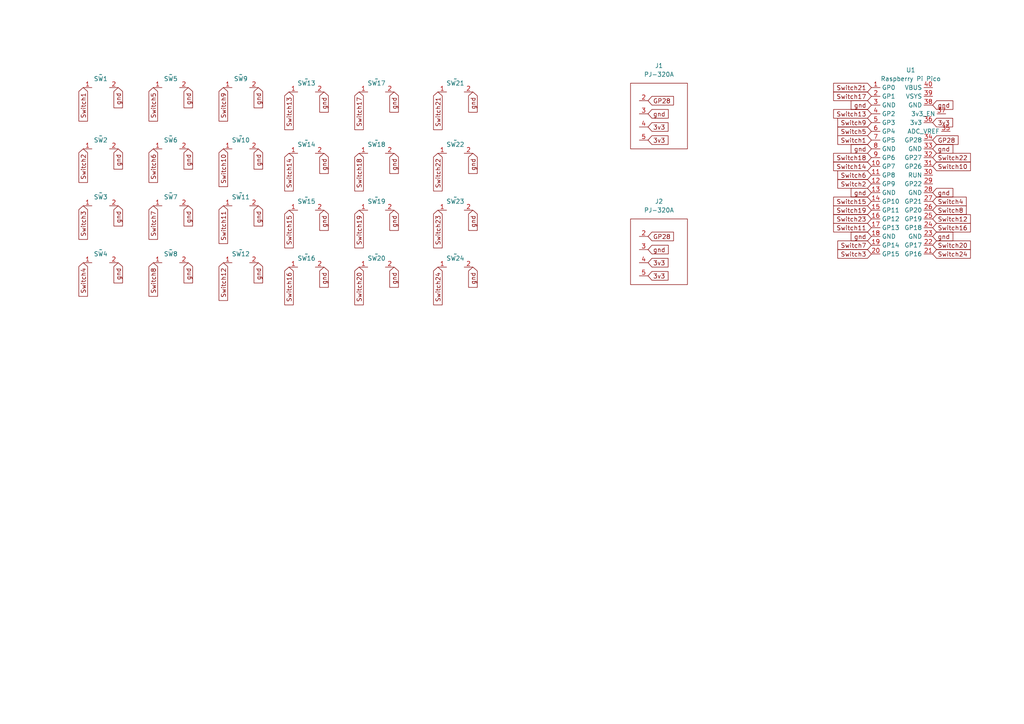
<source format=kicad_sch>
(kicad_sch (version 20230121) (generator eeschema)

  (uuid 81accb20-1a8c-4d33-b43b-9facf79ffa49)

  (paper "A4")

  (lib_symbols
    (symbol "raspberry_pi_pico:Cherry_MX" (in_bom yes) (on_board yes)
      (property "Reference" "SW" (at 0 0 0)
        (effects (font (size 1.27 1.27)))
      )
      (property "Value" "" (at 0 0 0)
        (effects (font (size 1.27 1.27)))
      )
      (property "Footprint" "Raspberry Pi:Cherry MX" (at 0 0 0)
        (effects (font (size 1.27 1.27)) hide)
      )
      (property "Datasheet" "https://www.cherrymx.de/en/dev.html" (at 0 0 0)
        (effects (font (size 1.27 1.27)) hide)
      )
      (symbol "Cherry_MX_1_1"
        (pin passive line (at -5.08 -3.81 0) (length 2.54)
          (name "" (effects (font (size 1.27 1.27))))
          (number "1" (effects (font (size 1.27 1.27))))
        )
        (pin passive line (at 5.08 -3.81 180) (length 2.54)
          (name "" (effects (font (size 1.27 1.27))))
          (number "2" (effects (font (size 1.27 1.27))))
        )
      )
    )
    (symbol "raspberry_pi_pico:PJ-320A" (in_bom yes) (on_board yes)
      (property "Reference" "J" (at 10.16 0 0)
        (effects (font (size 1.27 1.27)))
      )
      (property "Value" "PJ-320A" (at 3.81 0 0)
        (effects (font (size 1.27 1.27)))
      )
      (property "Footprint" "Raspberry Pi:PJ-320A" (at 0 0 0)
        (effects (font (size 1.27 1.27)) hide)
      )
      (property "Datasheet" "https://datasheet.lcsc.com/lcsc/2110100930_XKB-Connectivity-PJ-320A_C2884926.pdf" (at 0 0 0)
        (effects (font (size 1.27 1.27)) hide)
      )
      (symbol "PJ-320A_0_1"
        (rectangle (start -1.27 1.27) (end 15.24 -17.78)
          (stroke (width 0) (type default))
          (fill (type none))
        )
      )
      (symbol "PJ-320A_1_1"
        (pin bidirectional line (at 3.81 -3.81 180) (length 2.54)
          (name "" (effects (font (size 1.27 1.27))))
          (number "2" (effects (font (size 1.27 1.27))))
        )
        (pin bidirectional line (at 3.81 -7.62 180) (length 2.54)
          (name "" (effects (font (size 1.27 1.27))))
          (number "3" (effects (font (size 1.27 1.27))))
        )
        (pin bidirectional line (at 3.81 -11.43 180) (length 2.54)
          (name "" (effects (font (size 1.27 1.27))))
          (number "4" (effects (font (size 1.27 1.27))))
        )
        (pin bidirectional line (at 3.81 -15.24 180) (length 2.54)
          (name "" (effects (font (size 1.27 1.27))))
          (number "5" (effects (font (size 1.27 1.27))))
        )
      )
    )
    (symbol "raspberry_pi_pico:Raspberry_Pi_Pico" (in_bom yes) (on_board yes)
      (property "Reference" "U" (at 0 8.89 0)
        (effects (font (size 1.27 1.27)))
      )
      (property "Value" "Raspberry Pi Pico" (at 0 11.43 0)
        (effects (font (size 1.27 1.27)))
      )
      (property "Footprint" "Raspberry Pi:Raspberry Pi Pico" (at 0 6.35 0)
        (effects (font (size 1.27 1.27)) hide)
      )
      (property "Datasheet" "https://datasheets.raspberrypi.com/pico/pico-datasheet.pdf" (at 0 2.54 0)
        (effects (font (size 1.27 1.27)) hide)
      )
      (symbol "Raspberry_Pi_Pico_1_1"
        (pin bidirectional line (at -8.89 -2.54 0) (length 2.54)
          (name "GP0" (effects (font (size 1.27 1.27))))
          (number "1" (effects (font (size 1.27 1.27))))
        )
        (pin bidirectional line (at -8.89 -25.4 0) (length 2.54)
          (name "GP7" (effects (font (size 1.27 1.27))))
          (number "10" (effects (font (size 1.27 1.27))))
        )
        (pin bidirectional line (at -8.89 -27.94 0) (length 2.54)
          (name "GP8" (effects (font (size 1.27 1.27))))
          (number "11" (effects (font (size 1.27 1.27))))
        )
        (pin bidirectional line (at -8.89 -30.48 0) (length 2.54)
          (name "GP9" (effects (font (size 1.27 1.27))))
          (number "12" (effects (font (size 1.27 1.27))))
        )
        (pin power_in line (at -8.89 -33.02 0) (length 2.54)
          (name "GND" (effects (font (size 1.27 1.27))))
          (number "13" (effects (font (size 1.27 1.27))))
        )
        (pin bidirectional line (at -8.89 -35.56 0) (length 2.54)
          (name "GP10" (effects (font (size 1.27 1.27))))
          (number "14" (effects (font (size 1.27 1.27))))
        )
        (pin bidirectional line (at -8.89 -38.1 0) (length 2.54)
          (name "GP11" (effects (font (size 1.27 1.27))))
          (number "15" (effects (font (size 1.27 1.27))))
        )
        (pin bidirectional line (at -8.89 -40.64 0) (length 2.54)
          (name "GP12" (effects (font (size 1.27 1.27))))
          (number "16" (effects (font (size 1.27 1.27))))
        )
        (pin bidirectional line (at -8.89 -43.18 0) (length 2.54)
          (name "GP13" (effects (font (size 1.27 1.27))))
          (number "17" (effects (font (size 1.27 1.27))))
        )
        (pin power_in line (at -8.89 -45.72 0) (length 2.54)
          (name "GND" (effects (font (size 1.27 1.27))))
          (number "18" (effects (font (size 1.27 1.27))))
        )
        (pin bidirectional line (at -8.89 -48.26 0) (length 2.54)
          (name "GP14" (effects (font (size 1.27 1.27))))
          (number "19" (effects (font (size 1.27 1.27))))
        )
        (pin bidirectional line (at -8.89 -5.08 0) (length 2.54)
          (name "GP1" (effects (font (size 1.27 1.27))))
          (number "2" (effects (font (size 1.27 1.27))))
        )
        (pin bidirectional line (at -8.89 -50.8 0) (length 2.54)
          (name "GP15" (effects (font (size 1.27 1.27))))
          (number "20" (effects (font (size 1.27 1.27))))
        )
        (pin bidirectional line (at 8.89 -50.8 180) (length 2.54)
          (name "GP16" (effects (font (size 1.27 1.27))))
          (number "21" (effects (font (size 1.27 1.27))))
        )
        (pin bidirectional line (at 8.89 -48.26 180) (length 2.54)
          (name "GP17" (effects (font (size 1.27 1.27))))
          (number "22" (effects (font (size 1.27 1.27))))
        )
        (pin power_in line (at 8.89 -45.72 180) (length 2.54)
          (name "GND" (effects (font (size 1.27 1.27))))
          (number "23" (effects (font (size 1.27 1.27))))
        )
        (pin bidirectional line (at 8.89 -43.18 180) (length 2.54)
          (name "GP18" (effects (font (size 1.27 1.27))))
          (number "24" (effects (font (size 1.27 1.27))))
        )
        (pin bidirectional line (at 8.89 -40.64 180) (length 2.54)
          (name "GP19" (effects (font (size 1.27 1.27))))
          (number "25" (effects (font (size 1.27 1.27))))
        )
        (pin bidirectional line (at 8.89 -38.1 180) (length 2.54)
          (name "GP20" (effects (font (size 1.27 1.27))))
          (number "26" (effects (font (size 1.27 1.27))))
        )
        (pin bidirectional line (at 8.89 -35.56 180) (length 2.54)
          (name "GP21" (effects (font (size 1.27 1.27))))
          (number "27" (effects (font (size 1.27 1.27))))
        )
        (pin bidirectional line (at 8.89 -33.02 180) (length 2.54)
          (name "GND" (effects (font (size 1.27 1.27))))
          (number "28" (effects (font (size 1.27 1.27))))
        )
        (pin bidirectional line (at 8.89 -30.48 180) (length 2.54)
          (name "GP22" (effects (font (size 1.27 1.27))))
          (number "29" (effects (font (size 1.27 1.27))))
        )
        (pin power_in line (at -8.89 -7.62 0) (length 2.54)
          (name "GND" (effects (font (size 1.27 1.27))))
          (number "3" (effects (font (size 1.27 1.27))))
        )
        (pin input line (at 8.89 -27.94 180) (length 2.54)
          (name "RUN" (effects (font (size 1.27 1.27))))
          (number "30" (effects (font (size 1.27 1.27))))
        )
        (pin bidirectional line (at 8.89 -25.4 180) (length 2.54)
          (name "GP26" (effects (font (size 1.27 1.27))))
          (number "31" (effects (font (size 1.27 1.27))))
        )
        (pin bidirectional line (at 8.89 -22.86 180) (length 2.54)
          (name "GP27" (effects (font (size 1.27 1.27))))
          (number "32" (effects (font (size 1.27 1.27))))
        )
        (pin power_in line (at 8.89 -20.32 180) (length 2.54)
          (name "GND" (effects (font (size 1.27 1.27))))
          (number "33" (effects (font (size 1.27 1.27))))
        )
        (pin bidirectional line (at 8.89 -17.78 180) (length 2.54)
          (name "GP28" (effects (font (size 1.27 1.27))))
          (number "34" (effects (font (size 1.27 1.27))))
        )
        (pin bidirectional line (at 13.97 -15.24 180) (length 2.54)
          (name "ADC_VREF" (effects (font (size 1.27 1.27))))
          (number "35" (effects (font (size 1.27 1.27))))
        )
        (pin power_out line (at 8.89 -12.7 180) (length 2.54)
          (name "3v3" (effects (font (size 1.27 1.27))))
          (number "36" (effects (font (size 1.27 1.27))))
        )
        (pin bidirectional line (at 12.7 -10.16 180) (length 2.54)
          (name "3v3_EN" (effects (font (size 1.27 1.27))))
          (number "37" (effects (font (size 1.27 1.27))))
        )
        (pin power_in line (at 8.89 -7.62 180) (length 2.54)
          (name "GND" (effects (font (size 1.27 1.27))))
          (number "38" (effects (font (size 1.27 1.27))))
        )
        (pin power_in line (at 8.89 -5.08 180) (length 2.54)
          (name "VSYS" (effects (font (size 1.27 1.27))))
          (number "39" (effects (font (size 1.27 1.27))))
        )
        (pin bidirectional line (at -8.89 -10.16 0) (length 2.54)
          (name "GP2" (effects (font (size 1.27 1.27))))
          (number "4" (effects (font (size 1.27 1.27))))
        )
        (pin power_in line (at 8.89 -2.54 180) (length 2.54)
          (name "VBUS" (effects (font (size 1.27 1.27))))
          (number "40" (effects (font (size 1.27 1.27))))
        )
        (pin bidirectional line (at -8.89 -12.7 0) (length 2.54)
          (name "GP3" (effects (font (size 1.27 1.27))))
          (number "5" (effects (font (size 1.27 1.27))))
        )
        (pin bidirectional line (at -8.89 -15.24 0) (length 2.54)
          (name "GP4" (effects (font (size 1.27 1.27))))
          (number "6" (effects (font (size 1.27 1.27))))
        )
        (pin bidirectional line (at -8.89 -17.78 0) (length 2.54)
          (name "GP5" (effects (font (size 1.27 1.27))))
          (number "7" (effects (font (size 1.27 1.27))))
        )
        (pin power_in line (at -8.89 -20.32 0) (length 2.54)
          (name "GND" (effects (font (size 1.27 1.27))))
          (number "8" (effects (font (size 1.27 1.27))))
        )
        (pin bidirectional line (at -8.89 -22.86 0) (length 2.54)
          (name "GP6" (effects (font (size 1.27 1.27))))
          (number "9" (effects (font (size 1.27 1.27))))
        )
      )
    )
  )


  (global_label "Switch1" (shape input) (at 252.73 40.64 180) (fields_autoplaced)
    (effects (font (size 1.27 1.27)) (justify right))
    (uuid 014168ac-d07e-4926-a089-b48ba836dd52)
    (property "Intersheetrefs" "${INTERSHEET_REFS}" (at 242.5066 40.64 0)
      (effects (font (size 1.27 1.27)) (justify right) hide)
    )
  )
  (global_label "Switch17" (shape input) (at 252.73 27.94 180) (fields_autoplaced)
    (effects (font (size 1.27 1.27)) (justify right))
    (uuid 01a70b06-cb31-4d20-af2c-d9db0b664f84)
    (property "Intersheetrefs" "${INTERSHEET_REFS}" (at 241.2971 27.94 0)
      (effects (font (size 1.27 1.27)) (justify right) hide)
    )
  )
  (global_label "Switch7" (shape input) (at 252.73 71.12 180) (fields_autoplaced)
    (effects (font (size 1.27 1.27)) (justify right))
    (uuid 04fb9ced-360f-460a-8ab5-b1eb502549f0)
    (property "Intersheetrefs" "${INTERSHEET_REFS}" (at 242.5066 71.12 0)
      (effects (font (size 1.27 1.27)) (justify right) hide)
    )
  )
  (global_label "Switch22" (shape input) (at 127 44.45 270) (fields_autoplaced)
    (effects (font (size 1.27 1.27)) (justify right))
    (uuid 06435208-9a84-47c1-ac53-51dc5eee890a)
    (property "Intersheetrefs" "${INTERSHEET_REFS}" (at 127 55.8829 90)
      (effects (font (size 1.27 1.27)) (justify right) hide)
    )
  )
  (global_label "Switch15" (shape input) (at 252.73 58.42 180) (fields_autoplaced)
    (effects (font (size 1.27 1.27)) (justify right))
    (uuid 08edf520-4baa-442e-b149-480566cb7268)
    (property "Intersheetrefs" "${INTERSHEET_REFS}" (at 241.2971 58.42 0)
      (effects (font (size 1.27 1.27)) (justify right) hide)
    )
  )
  (global_label "Switch14" (shape input) (at 83.82 44.45 270) (fields_autoplaced)
    (effects (font (size 1.27 1.27)) (justify right))
    (uuid 09d671e9-d341-4464-be9f-bc2481c69e13)
    (property "Intersheetrefs" "${INTERSHEET_REFS}" (at 83.82 55.8829 90)
      (effects (font (size 1.27 1.27)) (justify right) hide)
    )
  )
  (global_label "Switch3" (shape input) (at 252.73 73.66 180) (fields_autoplaced)
    (effects (font (size 1.27 1.27)) (justify right))
    (uuid 0d45c9d9-d815-41d7-8a6e-becd8b4a2a04)
    (property "Intersheetrefs" "${INTERSHEET_REFS}" (at 252.73 83.8834 90)
      (effects (font (size 1.27 1.27)) (justify right) hide)
    )
  )
  (global_label "3v3" (shape input) (at 187.96 80.01 0) (fields_autoplaced)
    (effects (font (size 1.27 1.27)) (justify left))
    (uuid 0eac6add-eb0f-4a4e-8771-bab5ce79d1d0)
    (property "Intersheetrefs" "${INTERSHEET_REFS}" (at 194.2524 80.01 0)
      (effects (font (size 1.27 1.27)) (justify left) hide)
    )
  )
  (global_label "gnd" (shape input) (at 270.51 68.58 0) (fields_autoplaced)
    (effects (font (size 1.27 1.27)) (justify left))
    (uuid 16f41fca-7b38-4b88-9c61-6048e73108f1)
    (property "Intersheetrefs" "${INTERSHEET_REFS}" (at 276.8628 68.58 0)
      (effects (font (size 1.27 1.27)) (justify left) hide)
    )
  )
  (global_label "Switch24" (shape input) (at 270.51 73.66 0) (fields_autoplaced)
    (effects (font (size 1.27 1.27)) (justify left))
    (uuid 1851735e-5237-4049-9f89-f60f0b94cc5f)
    (property "Intersheetrefs" "${INTERSHEET_REFS}" (at 281.9429 73.66 0)
      (effects (font (size 1.27 1.27)) (justify left) hide)
    )
  )
  (global_label "Switch2" (shape input) (at 252.73 53.34 180) (fields_autoplaced)
    (effects (font (size 1.27 1.27)) (justify right))
    (uuid 1c09106c-99c1-44b6-ba65-85cd1c672332)
    (property "Intersheetrefs" "${INTERSHEET_REFS}" (at 242.5066 53.34 0)
      (effects (font (size 1.27 1.27)) (justify right) hide)
    )
  )
  (global_label "Switch9" (shape input) (at 252.73 35.56 180) (fields_autoplaced)
    (effects (font (size 1.27 1.27)) (justify right))
    (uuid 1d01043c-4412-45e9-bf61-49226030f81d)
    (property "Intersheetrefs" "${INTERSHEET_REFS}" (at 242.5066 35.56 0)
      (effects (font (size 1.27 1.27)) (justify right) hide)
    )
  )
  (global_label "gnd" (shape input) (at 137.16 26.67 270) (fields_autoplaced)
    (effects (font (size 1.27 1.27)) (justify right))
    (uuid 23e801f1-8800-47aa-9523-f382771ce605)
    (property "Intersheetrefs" "${INTERSHEET_REFS}" (at 137.16 33.0228 90)
      (effects (font (size 1.27 1.27)) (justify right) hide)
    )
  )
  (global_label "gnd" (shape input) (at 114.3 60.96 270) (fields_autoplaced)
    (effects (font (size 1.27 1.27)) (justify right))
    (uuid 2602953a-42eb-4229-ab06-b5dcfac9a034)
    (property "Intersheetrefs" "${INTERSHEET_REFS}" (at 114.3 67.3128 90)
      (effects (font (size 1.27 1.27)) (justify right) hide)
    )
  )
  (global_label "3v3" (shape input) (at 187.96 40.64 0) (fields_autoplaced)
    (effects (font (size 1.27 1.27)) (justify left))
    (uuid 2a83da42-85cc-4ebc-91d2-a6a5ff94381c)
    (property "Intersheetrefs" "${INTERSHEET_REFS}" (at 194.2524 40.64 0)
      (effects (font (size 1.27 1.27)) (justify left) hide)
    )
  )
  (global_label "GP28" (shape input) (at 187.96 29.21 0) (fields_autoplaced)
    (effects (font (size 1.27 1.27)) (justify left))
    (uuid 323b6a87-e111-4637-bf2b-3d60e2784f96)
    (property "Intersheetrefs" "${INTERSHEET_REFS}" (at 195.8248 29.21 0)
      (effects (font (size 1.27 1.27)) (justify left) hide)
    )
  )
  (global_label "Switch20" (shape input) (at 270.51 71.12 0) (fields_autoplaced)
    (effects (font (size 1.27 1.27)) (justify left))
    (uuid 33aa6dc8-f5f2-429f-ab7b-a4d83dd7e0d7)
    (property "Intersheetrefs" "${INTERSHEET_REFS}" (at 281.9429 71.12 0)
      (effects (font (size 1.27 1.27)) (justify left) hide)
    )
  )
  (global_label "Switch21" (shape input) (at 252.73 25.4 180) (fields_autoplaced)
    (effects (font (size 1.27 1.27)) (justify right))
    (uuid 341b3ad1-74bf-408c-a61a-3db5b156cd86)
    (property "Intersheetrefs" "${INTERSHEET_REFS}" (at 241.2971 25.4 0)
      (effects (font (size 1.27 1.27)) (justify right) hide)
    )
  )
  (global_label "gnd" (shape input) (at 252.73 55.88 180) (fields_autoplaced)
    (effects (font (size 1.27 1.27)) (justify right))
    (uuid 37afdec2-9250-4c1c-a713-207562978b67)
    (property "Intersheetrefs" "${INTERSHEET_REFS}" (at 246.3772 55.88 0)
      (effects (font (size 1.27 1.27)) (justify right) hide)
    )
  )
  (global_label "Switch11" (shape input) (at 64.77 59.69 270) (fields_autoplaced)
    (effects (font (size 1.27 1.27)) (justify right))
    (uuid 399d4881-f59d-40c4-a755-0fad7f4f6b60)
    (property "Intersheetrefs" "${INTERSHEET_REFS}" (at 64.77 71.1229 90)
      (effects (font (size 1.27 1.27)) (justify right) hide)
    )
  )
  (global_label "Switch24" (shape input) (at 127 77.47 270) (fields_autoplaced)
    (effects (font (size 1.27 1.27)) (justify right))
    (uuid 3e885d08-bcd4-4195-a654-1806a4909132)
    (property "Intersheetrefs" "${INTERSHEET_REFS}" (at 127 88.9029 90)
      (effects (font (size 1.27 1.27)) (justify right) hide)
    )
  )
  (global_label "gnd" (shape input) (at 54.61 59.69 270) (fields_autoplaced)
    (effects (font (size 1.27 1.27)) (justify right))
    (uuid 406e2438-cbec-4913-8ce4-4b96aee795cd)
    (property "Intersheetrefs" "${INTERSHEET_REFS}" (at 54.61 66.0428 90)
      (effects (font (size 1.27 1.27)) (justify right) hide)
    )
  )
  (global_label "gnd" (shape input) (at 270.51 30.48 0) (fields_autoplaced)
    (effects (font (size 1.27 1.27)) (justify left))
    (uuid 461022ac-15c9-431f-bb5b-67ecd2d875a8)
    (property "Intersheetrefs" "${INTERSHEET_REFS}" (at 276.8628 30.48 0)
      (effects (font (size 1.27 1.27)) (justify left) hide)
    )
  )
  (global_label "gnd" (shape input) (at 54.61 76.2 270) (fields_autoplaced)
    (effects (font (size 1.27 1.27)) (justify right))
    (uuid 4c955097-e67c-43d7-9f03-5125bfa0dbe7)
    (property "Intersheetrefs" "${INTERSHEET_REFS}" (at 54.61 82.5528 90)
      (effects (font (size 1.27 1.27)) (justify right) hide)
    )
  )
  (global_label "gnd" (shape input) (at 34.29 59.69 270) (fields_autoplaced)
    (effects (font (size 1.27 1.27)) (justify right))
    (uuid 4e101fec-f58d-47c1-97fa-67dc4b7c6948)
    (property "Intersheetrefs" "${INTERSHEET_REFS}" (at 34.29 66.0428 90)
      (effects (font (size 1.27 1.27)) (justify right) hide)
    )
  )
  (global_label "Switch8" (shape input) (at 44.45 76.2 270) (fields_autoplaced)
    (effects (font (size 1.27 1.27)) (justify right))
    (uuid 53467e66-90be-4ee0-9773-f65693a97a82)
    (property "Intersheetrefs" "${INTERSHEET_REFS}" (at 44.45 86.4234 90)
      (effects (font (size 1.27 1.27)) (justify right) hide)
    )
  )
  (global_label "Switch7" (shape input) (at 44.45 59.69 270) (fields_autoplaced)
    (effects (font (size 1.27 1.27)) (justify right))
    (uuid 57bf71f8-ea43-4013-ac50-7c8019584896)
    (property "Intersheetrefs" "${INTERSHEET_REFS}" (at 44.45 69.9134 90)
      (effects (font (size 1.27 1.27)) (justify right) hide)
    )
  )
  (global_label "Switch9" (shape input) (at 64.77 25.4 270) (fields_autoplaced)
    (effects (font (size 1.27 1.27)) (justify right))
    (uuid 595c6e77-8daa-4314-b712-f0f82360a981)
    (property "Intersheetrefs" "${INTERSHEET_REFS}" (at 64.77 35.6234 90)
      (effects (font (size 1.27 1.27)) (justify right) hide)
    )
  )
  (global_label "Switch13" (shape input) (at 252.73 33.02 180) (fields_autoplaced)
    (effects (font (size 1.27 1.27)) (justify right))
    (uuid 59a05614-f717-454f-8243-2f616dccdd2c)
    (property "Intersheetrefs" "${INTERSHEET_REFS}" (at 241.2971 33.02 0)
      (effects (font (size 1.27 1.27)) (justify right) hide)
    )
  )
  (global_label "Switch19" (shape input) (at 252.73 60.96 180) (fields_autoplaced)
    (effects (font (size 1.27 1.27)) (justify right))
    (uuid 5cc2cd08-a643-4db5-b9da-d32e36b685a6)
    (property "Intersheetrefs" "${INTERSHEET_REFS}" (at 241.2971 60.96 0)
      (effects (font (size 1.27 1.27)) (justify right) hide)
    )
  )
  (global_label "3v3" (shape input) (at 270.51 35.56 0) (fields_autoplaced)
    (effects (font (size 1.27 1.27)) (justify left))
    (uuid 5d3d77c7-6f0f-41f1-bf4b-06095f8b49d6)
    (property "Intersheetrefs" "${INTERSHEET_REFS}" (at 276.8024 35.56 0)
      (effects (font (size 1.27 1.27)) (justify left) hide)
    )
  )
  (global_label "gnd" (shape input) (at 93.98 60.96 270) (fields_autoplaced)
    (effects (font (size 1.27 1.27)) (justify right))
    (uuid 5eb75070-33d6-4f29-87b4-f892efa3d28b)
    (property "Intersheetrefs" "${INTERSHEET_REFS}" (at 93.98 67.3128 90)
      (effects (font (size 1.27 1.27)) (justify right) hide)
    )
  )
  (global_label "gnd" (shape input) (at 93.98 77.47 270) (fields_autoplaced)
    (effects (font (size 1.27 1.27)) (justify right))
    (uuid 61556f59-665c-4398-b025-0f97d84d4357)
    (property "Intersheetrefs" "${INTERSHEET_REFS}" (at 93.98 83.8228 90)
      (effects (font (size 1.27 1.27)) (justify right) hide)
    )
  )
  (global_label "Switch20" (shape input) (at 104.14 77.47 270) (fields_autoplaced)
    (effects (font (size 1.27 1.27)) (justify right))
    (uuid 61cdbae0-f47d-4d87-98d6-bdb7aa69ed9f)
    (property "Intersheetrefs" "${INTERSHEET_REFS}" (at 104.14 88.9029 90)
      (effects (font (size 1.27 1.27)) (justify right) hide)
    )
  )
  (global_label "Switch5" (shape input) (at 252.73 38.1 180) (fields_autoplaced)
    (effects (font (size 1.27 1.27)) (justify right))
    (uuid 638db540-584f-4691-83d3-946691e67def)
    (property "Intersheetrefs" "${INTERSHEET_REFS}" (at 242.5066 38.1 0)
      (effects (font (size 1.27 1.27)) (justify right) hide)
    )
  )
  (global_label "Switch16" (shape input) (at 270.51 66.04 0) (fields_autoplaced)
    (effects (font (size 1.27 1.27)) (justify left))
    (uuid 64f42d23-28ed-495a-9cc5-7353c98c73a0)
    (property "Intersheetrefs" "${INTERSHEET_REFS}" (at 281.9429 66.04 0)
      (effects (font (size 1.27 1.27)) (justify left) hide)
    )
  )
  (global_label "Switch18" (shape input) (at 252.73 45.72 180) (fields_autoplaced)
    (effects (font (size 1.27 1.27)) (justify right))
    (uuid 6c32e0fd-6730-4a78-965f-3b8538388b13)
    (property "Intersheetrefs" "${INTERSHEET_REFS}" (at 241.2971 45.72 0)
      (effects (font (size 1.27 1.27)) (justify right) hide)
    )
  )
  (global_label "Switch3" (shape input) (at 24.13 59.69 270) (fields_autoplaced)
    (effects (font (size 1.27 1.27)) (justify right))
    (uuid 6cb42425-4a9f-4a81-afb0-91afc27f7115)
    (property "Intersheetrefs" "${INTERSHEET_REFS}" (at 24.13 69.9134 90)
      (effects (font (size 1.27 1.27)) (justify right) hide)
    )
  )
  (global_label "gnd" (shape input) (at 34.29 43.18 270) (fields_autoplaced)
    (effects (font (size 1.27 1.27)) (justify right))
    (uuid 6dd9735c-0b6a-4570-9b3d-3f6b65c7c69a)
    (property "Intersheetrefs" "${INTERSHEET_REFS}" (at 34.29 49.5328 90)
      (effects (font (size 1.27 1.27)) (justify right) hide)
    )
  )
  (global_label "gnd" (shape input) (at 187.96 33.02 0) (fields_autoplaced)
    (effects (font (size 1.27 1.27)) (justify left))
    (uuid 6e98060b-5e1b-4d16-bc96-1487dc46f22f)
    (property "Intersheetrefs" "${INTERSHEET_REFS}" (at 194.3128 33.02 0)
      (effects (font (size 1.27 1.27)) (justify left) hide)
    )
  )
  (global_label "Switch16" (shape input) (at 83.82 77.47 270) (fields_autoplaced)
    (effects (font (size 1.27 1.27)) (justify right))
    (uuid 70a704b6-953b-40ce-b241-6c7d4b62acd4)
    (property "Intersheetrefs" "${INTERSHEET_REFS}" (at 83.82 88.9029 90)
      (effects (font (size 1.27 1.27)) (justify right) hide)
    )
  )
  (global_label "gnd" (shape input) (at 34.29 76.2 270) (fields_autoplaced)
    (effects (font (size 1.27 1.27)) (justify right))
    (uuid 7201ed5f-955f-4e2d-aaa8-0dc75cd27b7c)
    (property "Intersheetrefs" "${INTERSHEET_REFS}" (at 34.29 82.5528 90)
      (effects (font (size 1.27 1.27)) (justify right) hide)
    )
  )
  (global_label "gnd" (shape input) (at 252.73 43.18 180) (fields_autoplaced)
    (effects (font (size 1.27 1.27)) (justify right))
    (uuid 78e2c5d6-2120-4232-8c88-97a7aa153e0c)
    (property "Intersheetrefs" "${INTERSHEET_REFS}" (at 246.3772 43.18 0)
      (effects (font (size 1.27 1.27)) (justify right) hide)
    )
  )
  (global_label "Switch14" (shape input) (at 252.73 48.26 180) (fields_autoplaced)
    (effects (font (size 1.27 1.27)) (justify right))
    (uuid 79e7f18f-f6fa-41e1-bd5c-cb8ce1a2a619)
    (property "Intersheetrefs" "${INTERSHEET_REFS}" (at 241.2971 48.26 0)
      (effects (font (size 1.27 1.27)) (justify right) hide)
    )
  )
  (global_label "gnd" (shape input) (at 114.3 26.67 270) (fields_autoplaced)
    (effects (font (size 1.27 1.27)) (justify right))
    (uuid 7be27dfb-f7a8-461d-a22f-e75956cc6172)
    (property "Intersheetrefs" "${INTERSHEET_REFS}" (at 114.3 33.0228 90)
      (effects (font (size 1.27 1.27)) (justify right) hide)
    )
  )
  (global_label "Switch2" (shape input) (at 24.13 43.18 270) (fields_autoplaced)
    (effects (font (size 1.27 1.27)) (justify right))
    (uuid 80e92e4a-59df-4eb2-9bad-cf47ca33e302)
    (property "Intersheetrefs" "${INTERSHEET_REFS}" (at 24.13 53.4034 90)
      (effects (font (size 1.27 1.27)) (justify right) hide)
    )
  )
  (global_label "gnd" (shape input) (at 54.61 25.4 270) (fields_autoplaced)
    (effects (font (size 1.27 1.27)) (justify right))
    (uuid 84e681ef-e501-4233-8177-d79d3140127d)
    (property "Intersheetrefs" "${INTERSHEET_REFS}" (at 54.61 31.7528 90)
      (effects (font (size 1.27 1.27)) (justify right) hide)
    )
  )
  (global_label "gnd" (shape input) (at 270.51 43.18 0) (fields_autoplaced)
    (effects (font (size 1.27 1.27)) (justify left))
    (uuid 8788f8dd-f3aa-4d8c-a7c5-812ace38de2b)
    (property "Intersheetrefs" "${INTERSHEET_REFS}" (at 276.8628 43.18 0)
      (effects (font (size 1.27 1.27)) (justify left) hide)
    )
  )
  (global_label "gnd" (shape input) (at 137.16 60.96 270) (fields_autoplaced)
    (effects (font (size 1.27 1.27)) (justify right))
    (uuid 8aa18621-b671-47cd-8da9-bcba3efa4e81)
    (property "Intersheetrefs" "${INTERSHEET_REFS}" (at 137.16 67.3128 90)
      (effects (font (size 1.27 1.27)) (justify right) hide)
    )
  )
  (global_label "Switch1" (shape input) (at 24.13 25.4 270) (fields_autoplaced)
    (effects (font (size 1.27 1.27)) (justify right))
    (uuid 8ffbd3f3-606f-4452-8bd4-60377c13360c)
    (property "Intersheetrefs" "${INTERSHEET_REFS}" (at 24.13 35.6234 90)
      (effects (font (size 1.27 1.27)) (justify right) hide)
    )
  )
  (global_label "gnd" (shape input) (at 93.98 44.45 270) (fields_autoplaced)
    (effects (font (size 1.27 1.27)) (justify right))
    (uuid 92dc1af1-dc70-4c72-9f4f-6baa6dbadf93)
    (property "Intersheetrefs" "${INTERSHEET_REFS}" (at 93.98 50.8028 90)
      (effects (font (size 1.27 1.27)) (justify right) hide)
    )
  )
  (global_label "Switch23" (shape input) (at 252.73 63.5 180) (fields_autoplaced)
    (effects (font (size 1.27 1.27)) (justify right))
    (uuid 98ae8419-da39-45f9-ad42-6a1a9fd11863)
    (property "Intersheetrefs" "${INTERSHEET_REFS}" (at 241.2971 63.5 0)
      (effects (font (size 1.27 1.27)) (justify right) hide)
    )
  )
  (global_label "gnd" (shape input) (at 74.93 76.2 270) (fields_autoplaced)
    (effects (font (size 1.27 1.27)) (justify right))
    (uuid 9c9c2634-86ff-48f7-abf9-2c672bd1dbb2)
    (property "Intersheetrefs" "${INTERSHEET_REFS}" (at 74.93 82.5528 90)
      (effects (font (size 1.27 1.27)) (justify right) hide)
    )
  )
  (global_label "Switch21" (shape input) (at 127 26.67 270) (fields_autoplaced)
    (effects (font (size 1.27 1.27)) (justify right))
    (uuid 9df78003-a541-4c52-bbdf-2bfb14993488)
    (property "Intersheetrefs" "${INTERSHEET_REFS}" (at 127 38.1029 90)
      (effects (font (size 1.27 1.27)) (justify right) hide)
    )
  )
  (global_label "Switch19" (shape input) (at 104.14 60.96 270) (fields_autoplaced)
    (effects (font (size 1.27 1.27)) (justify right))
    (uuid 9e6c3c7c-72e6-43e6-ab0d-883aeb3d54b3)
    (property "Intersheetrefs" "${INTERSHEET_REFS}" (at 104.14 72.3929 90)
      (effects (font (size 1.27 1.27)) (justify right) hide)
    )
  )
  (global_label "Switch4" (shape input) (at 24.13 76.2 270) (fields_autoplaced)
    (effects (font (size 1.27 1.27)) (justify right))
    (uuid 9f76633a-71c9-4c0f-b78e-90047ea9e493)
    (property "Intersheetrefs" "${INTERSHEET_REFS}" (at 24.13 86.4234 90)
      (effects (font (size 1.27 1.27)) (justify right) hide)
    )
  )
  (global_label "gnd" (shape input) (at 270.51 55.88 0) (fields_autoplaced)
    (effects (font (size 1.27 1.27)) (justify left))
    (uuid a125fa5b-2bba-493f-bf6a-81f1608459c9)
    (property "Intersheetrefs" "${INTERSHEET_REFS}" (at 276.8628 55.88 0)
      (effects (font (size 1.27 1.27)) (justify left) hide)
    )
  )
  (global_label "gnd" (shape input) (at 137.16 44.45 270) (fields_autoplaced)
    (effects (font (size 1.27 1.27)) (justify right))
    (uuid a12b0d60-d6ab-4a55-826b-c682e773286e)
    (property "Intersheetrefs" "${INTERSHEET_REFS}" (at 137.16 50.8028 90)
      (effects (font (size 1.27 1.27)) (justify right) hide)
    )
  )
  (global_label "Switch23" (shape input) (at 127 60.96 270) (fields_autoplaced)
    (effects (font (size 1.27 1.27)) (justify right))
    (uuid ae47f33c-a770-4bb8-8304-8dbf1cc8b2d7)
    (property "Intersheetrefs" "${INTERSHEET_REFS}" (at 127 72.3929 90)
      (effects (font (size 1.27 1.27)) (justify right) hide)
    )
  )
  (global_label "GP28" (shape input) (at 270.51 40.64 0) (fields_autoplaced)
    (effects (font (size 1.27 1.27)) (justify left))
    (uuid b1b13c29-8ceb-442b-b0e5-4f66d8f68b7c)
    (property "Intersheetrefs" "${INTERSHEET_REFS}" (at 278.3748 40.64 0)
      (effects (font (size 1.27 1.27)) (justify left) hide)
    )
  )
  (global_label "Switch13" (shape input) (at 83.82 26.67 270) (fields_autoplaced)
    (effects (font (size 1.27 1.27)) (justify right))
    (uuid baf9c428-0c3f-4b29-818d-d86a2f1ee013)
    (property "Intersheetrefs" "${INTERSHEET_REFS}" (at 83.82 38.1029 90)
      (effects (font (size 1.27 1.27)) (justify right) hide)
    )
  )
  (global_label "gnd" (shape input) (at 74.93 43.18 270) (fields_autoplaced)
    (effects (font (size 1.27 1.27)) (justify right))
    (uuid bdb68360-f55e-4168-9af8-b19fb527c531)
    (property "Intersheetrefs" "${INTERSHEET_REFS}" (at 74.93 49.5328 90)
      (effects (font (size 1.27 1.27)) (justify right) hide)
    )
  )
  (global_label "gnd" (shape input) (at 252.73 30.48 180) (fields_autoplaced)
    (effects (font (size 1.27 1.27)) (justify right))
    (uuid bdc65483-bc40-4cd1-ba2f-0967028d11ad)
    (property "Intersheetrefs" "${INTERSHEET_REFS}" (at 246.3772 30.48 0)
      (effects (font (size 1.27 1.27)) (justify right) hide)
    )
  )
  (global_label "GP28" (shape input) (at 187.96 68.58 0) (fields_autoplaced)
    (effects (font (size 1.27 1.27)) (justify left))
    (uuid bf4ae70e-769e-4f85-a413-1c03771f8262)
    (property "Intersheetrefs" "${INTERSHEET_REFS}" (at 195.8248 68.58 0)
      (effects (font (size 1.27 1.27)) (justify left) hide)
    )
  )
  (global_label "3v3" (shape input) (at 187.96 36.83 0) (fields_autoplaced)
    (effects (font (size 1.27 1.27)) (justify left))
    (uuid c6930ff3-b261-47a5-b3aa-8628edfc1d30)
    (property "Intersheetrefs" "${INTERSHEET_REFS}" (at 194.2524 36.83 0)
      (effects (font (size 1.27 1.27)) (justify left) hide)
    )
  )
  (global_label "Switch6" (shape input) (at 44.45 43.18 270) (fields_autoplaced)
    (effects (font (size 1.27 1.27)) (justify right))
    (uuid c7e688e3-68dd-4025-b8d1-e1b5b19bac71)
    (property "Intersheetrefs" "${INTERSHEET_REFS}" (at 44.45 53.4034 90)
      (effects (font (size 1.27 1.27)) (justify right) hide)
    )
  )
  (global_label "Switch15" (shape input) (at 83.82 60.96 270) (fields_autoplaced)
    (effects (font (size 1.27 1.27)) (justify right))
    (uuid caf1e79f-a6a3-4f69-a9c2-b350722b6a36)
    (property "Intersheetrefs" "${INTERSHEET_REFS}" (at 83.82 72.3929 90)
      (effects (font (size 1.27 1.27)) (justify right) hide)
    )
  )
  (global_label "gnd" (shape input) (at 74.93 25.4 270) (fields_autoplaced)
    (effects (font (size 1.27 1.27)) (justify right))
    (uuid cb9030e2-8040-490b-8f7f-5085735ef789)
    (property "Intersheetrefs" "${INTERSHEET_REFS}" (at 74.93 31.7528 90)
      (effects (font (size 1.27 1.27)) (justify right) hide)
    )
  )
  (global_label "Switch5" (shape input) (at 44.45 25.4 270) (fields_autoplaced)
    (effects (font (size 1.27 1.27)) (justify right))
    (uuid cc26a108-c62b-441b-9d32-ea26290896fe)
    (property "Intersheetrefs" "${INTERSHEET_REFS}" (at 44.45 35.6234 90)
      (effects (font (size 1.27 1.27)) (justify right) hide)
    )
  )
  (global_label "Switch10" (shape input) (at 270.51 48.26 0) (fields_autoplaced)
    (effects (font (size 1.27 1.27)) (justify left))
    (uuid cc7fbef0-96b0-415d-bfcc-22b0b84ca302)
    (property "Intersheetrefs" "${INTERSHEET_REFS}" (at 281.9429 48.26 0)
      (effects (font (size 1.27 1.27)) (justify left) hide)
    )
  )
  (global_label "gnd" (shape input) (at 114.3 44.45 270) (fields_autoplaced)
    (effects (font (size 1.27 1.27)) (justify right))
    (uuid ceaea31a-d9a5-4271-9500-c230b8e2b116)
    (property "Intersheetrefs" "${INTERSHEET_REFS}" (at 114.3 50.8028 90)
      (effects (font (size 1.27 1.27)) (justify right) hide)
    )
  )
  (global_label "Switch12" (shape input) (at 270.51 63.5 0) (fields_autoplaced)
    (effects (font (size 1.27 1.27)) (justify left))
    (uuid cf9eeabc-1c82-4147-8c11-8cb8d477f353)
    (property "Intersheetrefs" "${INTERSHEET_REFS}" (at 281.9429 63.5 0)
      (effects (font (size 1.27 1.27)) (justify left) hide)
    )
  )
  (global_label "Switch22" (shape input) (at 270.51 45.72 0) (fields_autoplaced)
    (effects (font (size 1.27 1.27)) (justify left))
    (uuid d7ab4b01-163a-46ed-8c55-9b7404df801c)
    (property "Intersheetrefs" "${INTERSHEET_REFS}" (at 281.9429 45.72 0)
      (effects (font (size 1.27 1.27)) (justify left) hide)
    )
  )
  (global_label "gnd" (shape input) (at 34.29 25.4 270) (fields_autoplaced)
    (effects (font (size 1.27 1.27)) (justify right))
    (uuid daacdff3-92c2-4800-b271-7eda2a61c158)
    (property "Intersheetrefs" "${INTERSHEET_REFS}" (at 34.29 31.7528 90)
      (effects (font (size 1.27 1.27)) (justify right) hide)
    )
  )
  (global_label "Switch8" (shape input) (at 270.51 60.96 0) (fields_autoplaced)
    (effects (font (size 1.27 1.27)) (justify left))
    (uuid db47d1b6-5aa2-4a59-823c-f6c3cb6fa57f)
    (property "Intersheetrefs" "${INTERSHEET_REFS}" (at 280.7334 60.96 0)
      (effects (font (size 1.27 1.27)) (justify left) hide)
    )
  )
  (global_label "Switch11" (shape input) (at 252.73 66.04 180) (fields_autoplaced)
    (effects (font (size 1.27 1.27)) (justify right))
    (uuid dbf97bf5-adce-4d0b-91fa-3d4a0c9c4ce6)
    (property "Intersheetrefs" "${INTERSHEET_REFS}" (at 241.2971 66.04 0)
      (effects (font (size 1.27 1.27)) (justify right) hide)
    )
  )
  (global_label "Switch18" (shape input) (at 104.14 44.45 270) (fields_autoplaced)
    (effects (font (size 1.27 1.27)) (justify right))
    (uuid dc2fd9ce-4316-4aa9-a85c-f2b4feee18d0)
    (property "Intersheetrefs" "${INTERSHEET_REFS}" (at 104.14 55.8829 90)
      (effects (font (size 1.27 1.27)) (justify right) hide)
    )
  )
  (global_label "Switch17" (shape input) (at 104.14 26.67 270) (fields_autoplaced)
    (effects (font (size 1.27 1.27)) (justify right))
    (uuid dc42bf52-877b-4365-bc58-6a44a87585f6)
    (property "Intersheetrefs" "${INTERSHEET_REFS}" (at 104.14 38.1029 90)
      (effects (font (size 1.27 1.27)) (justify right) hide)
    )
  )
  (global_label "Switch6" (shape input) (at 252.73 50.8 180) (fields_autoplaced)
    (effects (font (size 1.27 1.27)) (justify right))
    (uuid dc49997d-04d5-448c-a4d7-fccd64318428)
    (property "Intersheetrefs" "${INTERSHEET_REFS}" (at 242.5066 50.8 0)
      (effects (font (size 1.27 1.27)) (justify right) hide)
    )
  )
  (global_label "gnd" (shape input) (at 114.3 77.47 270) (fields_autoplaced)
    (effects (font (size 1.27 1.27)) (justify right))
    (uuid df738ad2-7141-4e84-9f35-38cfa4cf9120)
    (property "Intersheetrefs" "${INTERSHEET_REFS}" (at 114.3 83.8228 90)
      (effects (font (size 1.27 1.27)) (justify right) hide)
    )
  )
  (global_label "gnd" (shape input) (at 74.93 59.69 270) (fields_autoplaced)
    (effects (font (size 1.27 1.27)) (justify right))
    (uuid e06017f4-9fb2-4297-bc8f-8098f72d5fc2)
    (property "Intersheetrefs" "${INTERSHEET_REFS}" (at 74.93 66.0428 90)
      (effects (font (size 1.27 1.27)) (justify right) hide)
    )
  )
  (global_label "gnd" (shape input) (at 93.98 26.67 270) (fields_autoplaced)
    (effects (font (size 1.27 1.27)) (justify right))
    (uuid e336a43a-336e-4af1-8f01-24f9f6b21128)
    (property "Intersheetrefs" "${INTERSHEET_REFS}" (at 93.98 33.0228 90)
      (effects (font (size 1.27 1.27)) (justify right) hide)
    )
  )
  (global_label "Switch4" (shape input) (at 270.51 58.42 0) (fields_autoplaced)
    (effects (font (size 1.27 1.27)) (justify left))
    (uuid e4cd569c-b329-4545-90a1-1bfd1921c814)
    (property "Intersheetrefs" "${INTERSHEET_REFS}" (at 280.7334 58.42 0)
      (effects (font (size 1.27 1.27)) (justify left) hide)
    )
  )
  (global_label "Switch12" (shape input) (at 64.77 76.2 270) (fields_autoplaced)
    (effects (font (size 1.27 1.27)) (justify right))
    (uuid e55ffcd0-9ce3-48a0-974a-8dec5c5ff99d)
    (property "Intersheetrefs" "${INTERSHEET_REFS}" (at 64.77 87.6329 90)
      (effects (font (size 1.27 1.27)) (justify right) hide)
    )
  )
  (global_label "gnd" (shape input) (at 137.16 77.47 270) (fields_autoplaced)
    (effects (font (size 1.27 1.27)) (justify right))
    (uuid e5d30d88-79e0-4aff-b7ba-def99e6709e8)
    (property "Intersheetrefs" "${INTERSHEET_REFS}" (at 137.16 83.8228 90)
      (effects (font (size 1.27 1.27)) (justify right) hide)
    )
  )
  (global_label "gnd" (shape input) (at 187.96 72.39 0) (fields_autoplaced)
    (effects (font (size 1.27 1.27)) (justify left))
    (uuid e8d954c0-0fe1-4cf3-9439-45721e37139f)
    (property "Intersheetrefs" "${INTERSHEET_REFS}" (at 194.3128 72.39 0)
      (effects (font (size 1.27 1.27)) (justify left) hide)
    )
  )
  (global_label "Switch10" (shape input) (at 64.77 43.18 270) (fields_autoplaced)
    (effects (font (size 1.27 1.27)) (justify right))
    (uuid e926e14f-e18e-4f26-b2a5-5aca3015b261)
    (property "Intersheetrefs" "${INTERSHEET_REFS}" (at 64.77 54.6129 90)
      (effects (font (size 1.27 1.27)) (justify right) hide)
    )
  )
  (global_label "gnd" (shape input) (at 54.61 43.18 270) (fields_autoplaced)
    (effects (font (size 1.27 1.27)) (justify right))
    (uuid f81d583a-1869-42f6-b1b6-d2d500daff1f)
    (property "Intersheetrefs" "${INTERSHEET_REFS}" (at 54.61 49.5328 90)
      (effects (font (size 1.27 1.27)) (justify right) hide)
    )
  )
  (global_label "gnd" (shape input) (at 252.73 68.58 180) (fields_autoplaced)
    (effects (font (size 1.27 1.27)) (justify right))
    (uuid fa3257ec-92b1-4b15-a161-2560c22e7914)
    (property "Intersheetrefs" "${INTERSHEET_REFS}" (at 246.3772 68.58 0)
      (effects (font (size 1.27 1.27)) (justify right) hide)
    )
  )
  (global_label "3v3" (shape input) (at 187.96 76.2 0) (fields_autoplaced)
    (effects (font (size 1.27 1.27)) (justify left))
    (uuid fcc7b5f8-9ed8-4c7e-b483-8ae221b54e20)
    (property "Intersheetrefs" "${INTERSHEET_REFS}" (at 194.2524 76.2 0)
      (effects (font (size 1.27 1.27)) (justify left) hide)
    )
  )

  (symbol (lib_id "raspberry_pi_pico:Cherry_MX") (at 88.9 73.66 0) (unit 1)
    (in_bom yes) (on_board yes) (dnp no) (fields_autoplaced)
    (uuid 0388c12a-a11b-45d9-80de-e0a068acb9e4)
    (property "Reference" "SW16" (at 88.9 74.93 0)
      (effects (font (size 1.27 1.27)))
    )
    (property "Value" "~" (at 88.9 73.66 0)
      (effects (font (size 1.27 1.27)))
    )
    (property "Footprint" "Raspberry Pi:Cherry MX" (at 88.9 73.66 0)
      (effects (font (size 1.27 1.27)) hide)
    )
    (property "Datasheet" "https://www.cherrymx.de/en/dev.html" (at 88.9 73.66 0)
      (effects (font (size 1.27 1.27)) hide)
    )
    (pin "1" (uuid 0087bf6c-fc26-4db9-adab-aad9cec076bd))
    (pin "2" (uuid e05edd29-4bac-4de7-8296-e190a63dcf1e))
    (instances
      (project "split planck"
        (path "/81accb20-1a8c-4d33-b43b-9facf79ffa49"
          (reference "SW16") (unit 1)
        )
      )
    )
  )

  (symbol (lib_id "raspberry_pi_pico:Cherry_MX") (at 69.85 21.59 0) (unit 1)
    (in_bom yes) (on_board yes) (dnp no) (fields_autoplaced)
    (uuid 070dfc8d-56c4-4c69-a397-158f9d9c2b7f)
    (property "Reference" "SW9" (at 69.85 22.86 0)
      (effects (font (size 1.27 1.27)))
    )
    (property "Value" "~" (at 69.85 21.59 0)
      (effects (font (size 1.27 1.27)))
    )
    (property "Footprint" "Raspberry Pi:Cherry MX" (at 69.85 21.59 0)
      (effects (font (size 1.27 1.27)) hide)
    )
    (property "Datasheet" "https://www.cherrymx.de/en/dev.html" (at 69.85 21.59 0)
      (effects (font (size 1.27 1.27)) hide)
    )
    (pin "1" (uuid b795f597-1ad3-4c77-ac39-6b7d04d2f1ff))
    (pin "2" (uuid dcf67d5d-3577-41f3-be6d-ace501ad7e47))
    (instances
      (project "split planck"
        (path "/81accb20-1a8c-4d33-b43b-9facf79ffa49"
          (reference "SW9") (unit 1)
        )
      )
    )
  )

  (symbol (lib_id "raspberry_pi_pico:Cherry_MX") (at 69.85 72.39 0) (unit 1)
    (in_bom yes) (on_board yes) (dnp no) (fields_autoplaced)
    (uuid 1247ad91-a50f-4e3d-809a-35abcc055948)
    (property "Reference" "SW12" (at 69.85 73.66 0)
      (effects (font (size 1.27 1.27)))
    )
    (property "Value" "~" (at 69.85 72.39 0)
      (effects (font (size 1.27 1.27)))
    )
    (property "Footprint" "Raspberry Pi:Cherry MX" (at 69.85 72.39 0)
      (effects (font (size 1.27 1.27)) hide)
    )
    (property "Datasheet" "https://www.cherrymx.de/en/dev.html" (at 69.85 72.39 0)
      (effects (font (size 1.27 1.27)) hide)
    )
    (pin "1" (uuid 8b6084e5-0e64-4da5-8356-1c3cb3497d77))
    (pin "2" (uuid ef178490-9328-42e5-886f-f8a250c9f3a9))
    (instances
      (project "split planck"
        (path "/81accb20-1a8c-4d33-b43b-9facf79ffa49"
          (reference "SW12") (unit 1)
        )
      )
    )
  )

  (symbol (lib_id "raspberry_pi_pico:Raspberry_Pi_Pico") (at 261.62 22.86 0) (unit 1)
    (in_bom yes) (on_board yes) (dnp no) (fields_autoplaced)
    (uuid 1ad6ed96-c9b1-4d93-9eb5-8f76cd07a8bc)
    (property "Reference" "U1" (at 264.16 20.32 0)
      (effects (font (size 1.27 1.27)))
    )
    (property "Value" "Raspberry Pi Pico" (at 264.16 22.86 0)
      (effects (font (size 1.27 1.27)))
    )
    (property "Footprint" "Raspberry Pi:Raspberry Pi Pico" (at 261.62 16.51 0)
      (effects (font (size 1.27 1.27)) hide)
    )
    (property "Datasheet" "https://datasheets.raspberrypi.com/pico/pico-datasheet.pdf" (at 261.62 20.32 0)
      (effects (font (size 1.27 1.27)) hide)
    )
    (pin "1" (uuid d853fd51-efd1-4dd1-ba5f-418d9f1c0fed))
    (pin "10" (uuid f969af9a-a759-4682-832c-a640d3309156))
    (pin "11" (uuid 05083851-bf42-4324-bc9c-53726d50469e))
    (pin "12" (uuid e0532699-c93b-44c1-be67-3f1e31c5e339))
    (pin "13" (uuid 2604b2ee-422c-4ed3-a4b9-250de5cb9ed4))
    (pin "14" (uuid 4328c5cc-6ff3-43af-9c02-2a6e93658522))
    (pin "15" (uuid 28ca4905-a815-4715-8575-bcd98b67aa8a))
    (pin "16" (uuid 55605410-af81-4af9-9906-4d801b9886bb))
    (pin "17" (uuid 6df7c490-d428-426b-946a-3244f7147f22))
    (pin "18" (uuid 24ec7e63-c327-4c0c-b373-27d84a956658))
    (pin "19" (uuid 8e2ef348-6fc6-481a-8fc9-44b3f5c26f8e))
    (pin "2" (uuid 73346cd4-33ae-4a74-8cbf-0845b9a3ac5a))
    (pin "20" (uuid 8dfae95d-5529-4d31-a091-31818744f735))
    (pin "21" (uuid 516099ed-eec7-4478-924f-381103c4ce7e))
    (pin "22" (uuid 663f7d5f-f067-4b8b-98ea-8cd8ca3890a6))
    (pin "23" (uuid d5337888-d5ed-4a1e-b33c-b52d126bc605))
    (pin "24" (uuid 7e109bed-7cbe-4917-8128-c45402476198))
    (pin "25" (uuid 21072c38-523f-4be5-82b1-43da0835e259))
    (pin "26" (uuid 501fe707-9f4e-45b1-b757-32e41b3aa45e))
    (pin "27" (uuid 1dffd534-3e3d-4940-ab3c-e3e0fc595300))
    (pin "28" (uuid 9c310bc0-ee76-4d3e-951d-b4a7291b430c))
    (pin "29" (uuid 722ab2ef-fda9-436e-8bae-a3e02a55bd78))
    (pin "3" (uuid bc145dd4-7183-4da0-bc8f-91487c34d401))
    (pin "30" (uuid cc5dbca1-f124-4def-ab4a-4dd69c484429))
    (pin "31" (uuid 31e37718-db25-4eda-bce2-3e8e7b5ac943))
    (pin "32" (uuid 2bf6f938-88c6-47d0-bd0b-61f2c0d48d17))
    (pin "33" (uuid 74a393a2-1ecf-4ffa-9302-f9521c874d05))
    (pin "34" (uuid a94cd6a5-145f-4b97-924c-dd8ae4e27620))
    (pin "35" (uuid 6ce0c844-39d9-4da3-9ebb-88a99a5f97ae))
    (pin "36" (uuid 35a08a2f-b4b4-435a-b9c5-2ef9e45241ea))
    (pin "37" (uuid 483f51f9-d909-4f0b-9376-42a67730576f))
    (pin "38" (uuid 496100bb-d3a1-4011-94aa-0a9ec8ffee5d))
    (pin "39" (uuid 2c01921d-c635-427c-83ed-f71881c8f81a))
    (pin "4" (uuid 6a32361b-bccb-4b4e-ab04-af17b5ef1319))
    (pin "40" (uuid f2238303-569a-4cc5-bced-4d3f2a127af1))
    (pin "5" (uuid a58e4ab8-d8d9-4c77-b88f-595992b6a365))
    (pin "6" (uuid e5463026-979b-4cc4-9ed9-d2564e019c7e))
    (pin "7" (uuid d915732a-e6a3-466b-a289-fde966589b26))
    (pin "8" (uuid 1775f524-2b72-49b5-89bf-7c27119f7816))
    (pin "9" (uuid e7db048f-57ea-42e6-8d6c-ae148dfcaca9))
    (instances
      (project "split planck"
        (path "/81accb20-1a8c-4d33-b43b-9facf79ffa49"
          (reference "U1") (unit 1)
        )
      )
    )
  )

  (symbol (lib_id "raspberry_pi_pico:Cherry_MX") (at 132.08 57.15 0) (unit 1)
    (in_bom yes) (on_board yes) (dnp no) (fields_autoplaced)
    (uuid 22528e21-a0bd-43ad-b357-e1cf7b9b1e99)
    (property "Reference" "SW23" (at 132.08 58.42 0)
      (effects (font (size 1.27 1.27)))
    )
    (property "Value" "~" (at 132.08 57.15 0)
      (effects (font (size 1.27 1.27)))
    )
    (property "Footprint" "Raspberry Pi:Cherry MX" (at 132.08 57.15 0)
      (effects (font (size 1.27 1.27)) hide)
    )
    (property "Datasheet" "https://www.cherrymx.de/en/dev.html" (at 132.08 57.15 0)
      (effects (font (size 1.27 1.27)) hide)
    )
    (pin "1" (uuid 91d5907c-9de4-4aed-bdbf-766d2f2a0990))
    (pin "2" (uuid 76ac75ee-ffa7-4a84-b646-1823cd3411a9))
    (instances
      (project "split planck"
        (path "/81accb20-1a8c-4d33-b43b-9facf79ffa49"
          (reference "SW23") (unit 1)
        )
      )
    )
  )

  (symbol (lib_id "raspberry_pi_pico:Cherry_MX") (at 29.21 72.39 0) (unit 1)
    (in_bom yes) (on_board yes) (dnp no) (fields_autoplaced)
    (uuid 2966f2be-60df-4633-88b5-111a25300560)
    (property "Reference" "SW4" (at 29.21 73.66 0)
      (effects (font (size 1.27 1.27)))
    )
    (property "Value" "~" (at 29.21 72.39 0)
      (effects (font (size 1.27 1.27)))
    )
    (property "Footprint" "Raspberry Pi:Cherry MX" (at 29.21 72.39 0)
      (effects (font (size 1.27 1.27)) hide)
    )
    (property "Datasheet" "https://www.cherrymx.de/en/dev.html" (at 29.21 72.39 0)
      (effects (font (size 1.27 1.27)) hide)
    )
    (pin "1" (uuid 06816c27-7cb2-4455-aa59-e468d8c9064d))
    (pin "2" (uuid 214bced1-69ca-4a17-8c3e-4d3732652ab6))
    (instances
      (project "split planck"
        (path "/81accb20-1a8c-4d33-b43b-9facf79ffa49"
          (reference "SW4") (unit 1)
        )
      )
    )
  )

  (symbol (lib_id "raspberry_pi_pico:Cherry_MX") (at 49.53 39.37 0) (unit 1)
    (in_bom yes) (on_board yes) (dnp no) (fields_autoplaced)
    (uuid 2edb5bb0-d7d1-4e47-84d6-7673d09f61e0)
    (property "Reference" "SW6" (at 49.53 40.64 0)
      (effects (font (size 1.27 1.27)))
    )
    (property "Value" "~" (at 49.53 39.37 0)
      (effects (font (size 1.27 1.27)))
    )
    (property "Footprint" "Raspberry Pi:Cherry MX" (at 49.53 39.37 0)
      (effects (font (size 1.27 1.27)) hide)
    )
    (property "Datasheet" "https://www.cherrymx.de/en/dev.html" (at 49.53 39.37 0)
      (effects (font (size 1.27 1.27)) hide)
    )
    (pin "1" (uuid 6ed67592-8184-4185-96ec-739b9a1ffc72))
    (pin "2" (uuid 172d8498-9a2d-4479-b4d9-396ddddab535))
    (instances
      (project "split planck"
        (path "/81accb20-1a8c-4d33-b43b-9facf79ffa49"
          (reference "SW6") (unit 1)
        )
      )
    )
  )

  (symbol (lib_id "raspberry_pi_pico:Cherry_MX") (at 49.53 55.88 0) (unit 1)
    (in_bom yes) (on_board yes) (dnp no) (fields_autoplaced)
    (uuid 35b5d11d-eaa4-4110-8dad-888c6c151ae0)
    (property "Reference" "SW7" (at 49.53 57.15 0)
      (effects (font (size 1.27 1.27)))
    )
    (property "Value" "~" (at 49.53 55.88 0)
      (effects (font (size 1.27 1.27)))
    )
    (property "Footprint" "Raspberry Pi:Cherry MX" (at 49.53 55.88 0)
      (effects (font (size 1.27 1.27)) hide)
    )
    (property "Datasheet" "https://www.cherrymx.de/en/dev.html" (at 49.53 55.88 0)
      (effects (font (size 1.27 1.27)) hide)
    )
    (pin "1" (uuid 1f946e0c-d66e-4571-abb5-a0627ba0a4b7))
    (pin "2" (uuid a060aba4-99aa-40a7-8f91-520d06ec9251))
    (instances
      (project "split planck"
        (path "/81accb20-1a8c-4d33-b43b-9facf79ffa49"
          (reference "SW7") (unit 1)
        )
      )
    )
  )

  (symbol (lib_id "raspberry_pi_pico:Cherry_MX") (at 88.9 57.15 0) (unit 1)
    (in_bom yes) (on_board yes) (dnp no) (fields_autoplaced)
    (uuid 36c96ecd-ca35-402e-9408-a3a2117b7a38)
    (property "Reference" "SW15" (at 88.9 58.42 0)
      (effects (font (size 1.27 1.27)))
    )
    (property "Value" "~" (at 88.9 57.15 0)
      (effects (font (size 1.27 1.27)))
    )
    (property "Footprint" "Raspberry Pi:Cherry MX" (at 88.9 57.15 0)
      (effects (font (size 1.27 1.27)) hide)
    )
    (property "Datasheet" "https://www.cherrymx.de/en/dev.html" (at 88.9 57.15 0)
      (effects (font (size 1.27 1.27)) hide)
    )
    (pin "1" (uuid 07ad5f86-12d6-4dfe-b4f0-652c51a3ca87))
    (pin "2" (uuid 03a8f1e4-179a-4982-95ac-e552dd8153aa))
    (instances
      (project "split planck"
        (path "/81accb20-1a8c-4d33-b43b-9facf79ffa49"
          (reference "SW15") (unit 1)
        )
      )
    )
  )

  (symbol (lib_id "raspberry_pi_pico:Cherry_MX") (at 69.85 55.88 0) (unit 1)
    (in_bom yes) (on_board yes) (dnp no) (fields_autoplaced)
    (uuid 39c6ebee-3521-45ed-85df-1b44f8a83d7f)
    (property "Reference" "SW11" (at 69.85 57.15 0)
      (effects (font (size 1.27 1.27)))
    )
    (property "Value" "~" (at 69.85 55.88 0)
      (effects (font (size 1.27 1.27)))
    )
    (property "Footprint" "Raspberry Pi:Cherry MX" (at 69.85 55.88 0)
      (effects (font (size 1.27 1.27)) hide)
    )
    (property "Datasheet" "https://www.cherrymx.de/en/dev.html" (at 69.85 55.88 0)
      (effects (font (size 1.27 1.27)) hide)
    )
    (pin "1" (uuid 7c076eef-b047-4f56-964a-5ad009434de0))
    (pin "2" (uuid 81f5bb22-027f-4971-8ba9-a442d335cc07))
    (instances
      (project "split planck"
        (path "/81accb20-1a8c-4d33-b43b-9facf79ffa49"
          (reference "SW11") (unit 1)
        )
      )
    )
  )

  (symbol (lib_id "raspberry_pi_pico:Cherry_MX") (at 29.21 39.37 0) (unit 1)
    (in_bom yes) (on_board yes) (dnp no) (fields_autoplaced)
    (uuid 3e60bc2f-dc3c-4e68-809b-7c103daeeb16)
    (property "Reference" "SW2" (at 29.21 40.64 0)
      (effects (font (size 1.27 1.27)))
    )
    (property "Value" "~" (at 29.21 39.37 0)
      (effects (font (size 1.27 1.27)))
    )
    (property "Footprint" "Raspberry Pi:Cherry MX" (at 29.21 39.37 0)
      (effects (font (size 1.27 1.27)) hide)
    )
    (property "Datasheet" "https://www.cherrymx.de/en/dev.html" (at 29.21 39.37 0)
      (effects (font (size 1.27 1.27)) hide)
    )
    (pin "1" (uuid 8e736ecd-d6e7-41cd-8bd7-fabd3181b55d))
    (pin "2" (uuid b41861bf-c23d-4996-a93b-414e428afd88))
    (instances
      (project "split planck"
        (path "/81accb20-1a8c-4d33-b43b-9facf79ffa49"
          (reference "SW2") (unit 1)
        )
      )
    )
  )

  (symbol (lib_id "raspberry_pi_pico:Cherry_MX") (at 109.22 40.64 0) (unit 1)
    (in_bom yes) (on_board yes) (dnp no) (fields_autoplaced)
    (uuid 4a0705dd-36ef-494f-b846-f08b9b240589)
    (property "Reference" "SW18" (at 109.22 41.91 0)
      (effects (font (size 1.27 1.27)))
    )
    (property "Value" "~" (at 109.22 40.64 0)
      (effects (font (size 1.27 1.27)))
    )
    (property "Footprint" "Raspberry Pi:Cherry MX" (at 109.22 40.64 0)
      (effects (font (size 1.27 1.27)) hide)
    )
    (property "Datasheet" "https://www.cherrymx.de/en/dev.html" (at 109.22 40.64 0)
      (effects (font (size 1.27 1.27)) hide)
    )
    (pin "1" (uuid 7f9af5f3-9e5b-4f98-821f-dccc4294871f))
    (pin "2" (uuid 16989511-f462-4901-ab1c-6952911a0216))
    (instances
      (project "split planck"
        (path "/81accb20-1a8c-4d33-b43b-9facf79ffa49"
          (reference "SW18") (unit 1)
        )
      )
    )
  )

  (symbol (lib_id "raspberry_pi_pico:Cherry_MX") (at 109.22 73.66 0) (unit 1)
    (in_bom yes) (on_board yes) (dnp no) (fields_autoplaced)
    (uuid 4f1aa438-3df1-437e-b696-c0f5cfa0cb86)
    (property "Reference" "SW20" (at 109.22 74.93 0)
      (effects (font (size 1.27 1.27)))
    )
    (property "Value" "~" (at 109.22 73.66 0)
      (effects (font (size 1.27 1.27)))
    )
    (property "Footprint" "Raspberry Pi:Cherry MX" (at 109.22 73.66 0)
      (effects (font (size 1.27 1.27)) hide)
    )
    (property "Datasheet" "https://www.cherrymx.de/en/dev.html" (at 109.22 73.66 0)
      (effects (font (size 1.27 1.27)) hide)
    )
    (pin "1" (uuid 1c5f3534-0ee1-40e8-9d9d-b735f96d47a4))
    (pin "2" (uuid b8113420-850a-41e2-b8ee-e728a030ea87))
    (instances
      (project "split planck"
        (path "/81accb20-1a8c-4d33-b43b-9facf79ffa49"
          (reference "SW20") (unit 1)
        )
      )
    )
  )

  (symbol (lib_id "raspberry_pi_pico:Cherry_MX") (at 49.53 21.59 0) (unit 1)
    (in_bom yes) (on_board yes) (dnp no) (fields_autoplaced)
    (uuid 5cb95c4e-6565-4c9a-a7cc-fba4b72e5e91)
    (property "Reference" "SW5" (at 49.53 22.86 0)
      (effects (font (size 1.27 1.27)))
    )
    (property "Value" "~" (at 49.53 21.59 0)
      (effects (font (size 1.27 1.27)))
    )
    (property "Footprint" "Raspberry Pi:Cherry MX" (at 49.53 21.59 0)
      (effects (font (size 1.27 1.27)) hide)
    )
    (property "Datasheet" "https://www.cherrymx.de/en/dev.html" (at 49.53 21.59 0)
      (effects (font (size 1.27 1.27)) hide)
    )
    (pin "1" (uuid b76ab7f8-c44c-4ad4-b39f-182b23132200))
    (pin "2" (uuid b65dbcef-4a25-4ef4-b7e1-4be0bcf06219))
    (instances
      (project "split planck"
        (path "/81accb20-1a8c-4d33-b43b-9facf79ffa49"
          (reference "SW5") (unit 1)
        )
      )
    )
  )

  (symbol (lib_id "raspberry_pi_pico:PJ-320A") (at 184.15 25.4 0) (unit 1)
    (in_bom yes) (on_board yes) (dnp no) (fields_autoplaced)
    (uuid 5f49699c-a517-4500-85cd-acb1e1123148)
    (property "Reference" "J1" (at 191.135 19.05 0)
      (effects (font (size 1.27 1.27)))
    )
    (property "Value" "PJ-320A" (at 191.135 21.59 0)
      (effects (font (size 1.27 1.27)))
    )
    (property "Footprint" "Raspberry Pi:PJ-320A" (at 184.15 25.4 0)
      (effects (font (size 1.27 1.27)) hide)
    )
    (property "Datasheet" "https://datasheet.lcsc.com/lcsc/2110100930_XKB-Connectivity-PJ-320A_C2884926.pdf" (at 184.15 25.4 0)
      (effects (font (size 1.27 1.27)) hide)
    )
    (pin "2" (uuid d376ccf1-be8d-4ce4-8cb9-aa877b5ea441))
    (pin "3" (uuid c23c6938-a989-4a90-910d-b09f9bdaa929))
    (pin "4" (uuid 023fc5f3-bd92-4d13-a56d-67bcedc783ab))
    (pin "5" (uuid d426fa44-8c7e-4bed-bc8a-fbe89a9b376b))
    (instances
      (project "split planck"
        (path "/81accb20-1a8c-4d33-b43b-9facf79ffa49"
          (reference "J1") (unit 1)
        )
      )
    )
  )

  (symbol (lib_id "raspberry_pi_pico:Cherry_MX") (at 132.08 40.64 0) (unit 1)
    (in_bom yes) (on_board yes) (dnp no) (fields_autoplaced)
    (uuid 63704bb5-6706-4229-b064-2cc15b6e4de2)
    (property "Reference" "SW22" (at 132.08 41.91 0)
      (effects (font (size 1.27 1.27)))
    )
    (property "Value" "~" (at 132.08 40.64 0)
      (effects (font (size 1.27 1.27)))
    )
    (property "Footprint" "Raspberry Pi:Cherry MX" (at 132.08 40.64 0)
      (effects (font (size 1.27 1.27)) hide)
    )
    (property "Datasheet" "https://www.cherrymx.de/en/dev.html" (at 132.08 40.64 0)
      (effects (font (size 1.27 1.27)) hide)
    )
    (pin "1" (uuid 0c2d066d-e34d-446e-836c-d43dfcb99632))
    (pin "2" (uuid 261ea594-f57c-45d2-88e3-99036c95bf1f))
    (instances
      (project "split planck"
        (path "/81accb20-1a8c-4d33-b43b-9facf79ffa49"
          (reference "SW22") (unit 1)
        )
      )
    )
  )

  (symbol (lib_id "raspberry_pi_pico:Cherry_MX") (at 88.9 22.86 0) (unit 1)
    (in_bom yes) (on_board yes) (dnp no) (fields_autoplaced)
    (uuid 810da13a-b081-4b82-9175-2ef4a164dffb)
    (property "Reference" "SW13" (at 88.9 24.13 0)
      (effects (font (size 1.27 1.27)))
    )
    (property "Value" "~" (at 88.9 22.86 0)
      (effects (font (size 1.27 1.27)))
    )
    (property "Footprint" "Raspberry Pi:Cherry MX" (at 88.9 22.86 0)
      (effects (font (size 1.27 1.27)) hide)
    )
    (property "Datasheet" "https://www.cherrymx.de/en/dev.html" (at 88.9 22.86 0)
      (effects (font (size 1.27 1.27)) hide)
    )
    (pin "1" (uuid 0da93d27-fff9-41f8-aaa9-f335140df8c0))
    (pin "2" (uuid 42fcebc8-f7b3-4d91-96e2-4207389de55e))
    (instances
      (project "split planck"
        (path "/81accb20-1a8c-4d33-b43b-9facf79ffa49"
          (reference "SW13") (unit 1)
        )
      )
    )
  )

  (symbol (lib_id "raspberry_pi_pico:Cherry_MX") (at 109.22 57.15 0) (unit 1)
    (in_bom yes) (on_board yes) (dnp no) (fields_autoplaced)
    (uuid 885fbbae-42a6-4fbd-b258-01dc99f14643)
    (property "Reference" "SW19" (at 109.22 58.42 0)
      (effects (font (size 1.27 1.27)))
    )
    (property "Value" "~" (at 109.22 57.15 0)
      (effects (font (size 1.27 1.27)))
    )
    (property "Footprint" "Raspberry Pi:Cherry MX" (at 109.22 57.15 0)
      (effects (font (size 1.27 1.27)) hide)
    )
    (property "Datasheet" "https://www.cherrymx.de/en/dev.html" (at 109.22 57.15 0)
      (effects (font (size 1.27 1.27)) hide)
    )
    (pin "1" (uuid 85a9a094-7b5b-4f7a-996c-8df495469ec6))
    (pin "2" (uuid e138a994-7b70-4017-ba1a-48ab18629738))
    (instances
      (project "split planck"
        (path "/81accb20-1a8c-4d33-b43b-9facf79ffa49"
          (reference "SW19") (unit 1)
        )
      )
    )
  )

  (symbol (lib_id "raspberry_pi_pico:PJ-320A") (at 184.15 64.77 0) (unit 1)
    (in_bom yes) (on_board yes) (dnp no) (fields_autoplaced)
    (uuid 9762ef9c-1398-4ede-833d-f74c5490844e)
    (property "Reference" "J2" (at 191.135 58.42 0)
      (effects (font (size 1.27 1.27)))
    )
    (property "Value" "PJ-320A" (at 191.135 60.96 0)
      (effects (font (size 1.27 1.27)))
    )
    (property "Footprint" "Raspberry Pi:PJ-320A" (at 184.15 64.77 0)
      (effects (font (size 1.27 1.27)) hide)
    )
    (property "Datasheet" "https://datasheet.lcsc.com/lcsc/2110100930_XKB-Connectivity-PJ-320A_C2884926.pdf" (at 184.15 64.77 0)
      (effects (font (size 1.27 1.27)) hide)
    )
    (pin "2" (uuid 5b7f6f36-fcbb-4b94-8a58-ceba2fa88d59))
    (pin "3" (uuid 65a61260-8bc4-4d2a-9a41-99b8f06dcb13))
    (pin "4" (uuid fd0e0375-5e1e-4821-909d-1b0032ed625c))
    (pin "5" (uuid 4c5924f5-ad70-4f36-b519-6d5aa6eb77e6))
    (instances
      (project "split planck"
        (path "/81accb20-1a8c-4d33-b43b-9facf79ffa49"
          (reference "J2") (unit 1)
        )
      )
    )
  )

  (symbol (lib_id "raspberry_pi_pico:Cherry_MX") (at 29.21 21.59 0) (unit 1)
    (in_bom yes) (on_board yes) (dnp no) (fields_autoplaced)
    (uuid 9dee7a72-52cf-4352-90c6-7f842df610a2)
    (property "Reference" "SW1" (at 29.21 22.86 0)
      (effects (font (size 1.27 1.27)))
    )
    (property "Value" "~" (at 29.21 21.59 0)
      (effects (font (size 1.27 1.27)))
    )
    (property "Footprint" "Raspberry Pi:Cherry MX" (at 29.21 21.59 0)
      (effects (font (size 1.27 1.27)) hide)
    )
    (property "Datasheet" "https://www.cherrymx.de/en/dev.html" (at 29.21 21.59 0)
      (effects (font (size 1.27 1.27)) hide)
    )
    (pin "1" (uuid 843cd003-078d-4fb1-8f01-cfb78b89e55f))
    (pin "2" (uuid cc7d40f4-61bd-42cc-bcdb-751270f62772))
    (instances
      (project "split planck"
        (path "/81accb20-1a8c-4d33-b43b-9facf79ffa49"
          (reference "SW1") (unit 1)
        )
      )
    )
  )

  (symbol (lib_id "raspberry_pi_pico:Cherry_MX") (at 132.08 22.86 0) (unit 1)
    (in_bom yes) (on_board yes) (dnp no) (fields_autoplaced)
    (uuid 9ea66c7d-d6b4-4add-899f-c2343a8ece60)
    (property "Reference" "SW21" (at 132.08 24.13 0)
      (effects (font (size 1.27 1.27)))
    )
    (property "Value" "~" (at 132.08 22.86 0)
      (effects (font (size 1.27 1.27)))
    )
    (property "Footprint" "Raspberry Pi:Cherry MX" (at 132.08 22.86 0)
      (effects (font (size 1.27 1.27)) hide)
    )
    (property "Datasheet" "https://www.cherrymx.de/en/dev.html" (at 132.08 22.86 0)
      (effects (font (size 1.27 1.27)) hide)
    )
    (pin "1" (uuid ecbd45b3-8e8d-4823-ac9c-4b8c1fc1f852))
    (pin "2" (uuid 4712989c-e06e-4417-aa64-1693961241f3))
    (instances
      (project "split planck"
        (path "/81accb20-1a8c-4d33-b43b-9facf79ffa49"
          (reference "SW21") (unit 1)
        )
      )
    )
  )

  (symbol (lib_id "raspberry_pi_pico:Cherry_MX") (at 88.9 40.64 0) (unit 1)
    (in_bom yes) (on_board yes) (dnp no) (fields_autoplaced)
    (uuid b32e606f-9145-483d-b4b8-c22db1bdb521)
    (property "Reference" "SW14" (at 88.9 41.91 0)
      (effects (font (size 1.27 1.27)))
    )
    (property "Value" "~" (at 88.9 40.64 0)
      (effects (font (size 1.27 1.27)))
    )
    (property "Footprint" "Raspberry Pi:Cherry MX" (at 88.9 40.64 0)
      (effects (font (size 1.27 1.27)) hide)
    )
    (property "Datasheet" "https://www.cherrymx.de/en/dev.html" (at 88.9 40.64 0)
      (effects (font (size 1.27 1.27)) hide)
    )
    (pin "1" (uuid 7760163c-f489-4af1-8f1e-4f40a1f618a0))
    (pin "2" (uuid 6476ec07-7b36-417c-9b27-93a3a4dcfdb1))
    (instances
      (project "split planck"
        (path "/81accb20-1a8c-4d33-b43b-9facf79ffa49"
          (reference "SW14") (unit 1)
        )
      )
    )
  )

  (symbol (lib_id "raspberry_pi_pico:Cherry_MX") (at 132.08 73.66 0) (unit 1)
    (in_bom yes) (on_board yes) (dnp no) (fields_autoplaced)
    (uuid b8df7605-e9e8-4683-b8ae-53dce9852543)
    (property "Reference" "SW24" (at 132.08 74.93 0)
      (effects (font (size 1.27 1.27)))
    )
    (property "Value" "~" (at 132.08 73.66 0)
      (effects (font (size 1.27 1.27)))
    )
    (property "Footprint" "Raspberry Pi:Cherry MX" (at 132.08 73.66 0)
      (effects (font (size 1.27 1.27)) hide)
    )
    (property "Datasheet" "https://www.cherrymx.de/en/dev.html" (at 132.08 73.66 0)
      (effects (font (size 1.27 1.27)) hide)
    )
    (pin "1" (uuid d76782a9-2dc7-4548-8221-c16b2082a40f))
    (pin "2" (uuid 4ae91d99-5f8a-41f4-9f67-ba82aaeb1a07))
    (instances
      (project "split planck"
        (path "/81accb20-1a8c-4d33-b43b-9facf79ffa49"
          (reference "SW24") (unit 1)
        )
      )
    )
  )

  (symbol (lib_id "raspberry_pi_pico:Cherry_MX") (at 49.53 72.39 0) (unit 1)
    (in_bom yes) (on_board yes) (dnp no) (fields_autoplaced)
    (uuid c36897b0-2299-44a5-98dd-a09360ab1e24)
    (property "Reference" "SW8" (at 49.53 73.66 0)
      (effects (font (size 1.27 1.27)))
    )
    (property "Value" "~" (at 49.53 72.39 0)
      (effects (font (size 1.27 1.27)))
    )
    (property "Footprint" "Raspberry Pi:Cherry MX" (at 49.53 72.39 0)
      (effects (font (size 1.27 1.27)) hide)
    )
    (property "Datasheet" "https://www.cherrymx.de/en/dev.html" (at 49.53 72.39 0)
      (effects (font (size 1.27 1.27)) hide)
    )
    (pin "1" (uuid 2b8e1729-f883-473a-abcd-c285dc5e88d7))
    (pin "2" (uuid df09f82e-fc7e-44b8-98c3-8cf1e151547e))
    (instances
      (project "split planck"
        (path "/81accb20-1a8c-4d33-b43b-9facf79ffa49"
          (reference "SW8") (unit 1)
        )
      )
    )
  )

  (symbol (lib_id "raspberry_pi_pico:Cherry_MX") (at 109.22 22.86 0) (unit 1)
    (in_bom yes) (on_board yes) (dnp no) (fields_autoplaced)
    (uuid d388e5d8-ed96-4f95-b288-fe3d026639a8)
    (property "Reference" "SW17" (at 109.22 24.13 0)
      (effects (font (size 1.27 1.27)))
    )
    (property "Value" "~" (at 109.22 22.86 0)
      (effects (font (size 1.27 1.27)))
    )
    (property "Footprint" "Raspberry Pi:Cherry MX" (at 109.22 22.86 0)
      (effects (font (size 1.27 1.27)) hide)
    )
    (property "Datasheet" "https://www.cherrymx.de/en/dev.html" (at 109.22 22.86 0)
      (effects (font (size 1.27 1.27)) hide)
    )
    (pin "1" (uuid 661fb9fb-e269-4f50-806d-8057aa1e2389))
    (pin "2" (uuid ab758994-c36c-46ec-a50a-a37658329c8f))
    (instances
      (project "split planck"
        (path "/81accb20-1a8c-4d33-b43b-9facf79ffa49"
          (reference "SW17") (unit 1)
        )
      )
    )
  )

  (symbol (lib_id "raspberry_pi_pico:Cherry_MX") (at 29.21 55.88 0) (unit 1)
    (in_bom yes) (on_board yes) (dnp no) (fields_autoplaced)
    (uuid e3b064cd-0e63-40cd-aee9-6493102d50cf)
    (property "Reference" "SW3" (at 29.21 57.15 0)
      (effects (font (size 1.27 1.27)))
    )
    (property "Value" "~" (at 29.21 55.88 0)
      (effects (font (size 1.27 1.27)))
    )
    (property "Footprint" "Raspberry Pi:Cherry MX" (at 29.21 55.88 0)
      (effects (font (size 1.27 1.27)) hide)
    )
    (property "Datasheet" "https://www.cherrymx.de/en/dev.html" (at 29.21 55.88 0)
      (effects (font (size 1.27 1.27)) hide)
    )
    (pin "1" (uuid 17b14678-bc08-4e07-ad76-98da539439e4))
    (pin "2" (uuid b33b3861-6e02-41c6-b90a-b40c33aa52b7))
    (instances
      (project "split planck"
        (path "/81accb20-1a8c-4d33-b43b-9facf79ffa49"
          (reference "SW3") (unit 1)
        )
      )
    )
  )

  (symbol (lib_id "raspberry_pi_pico:Cherry_MX") (at 69.85 39.37 0) (unit 1)
    (in_bom yes) (on_board yes) (dnp no) (fields_autoplaced)
    (uuid ecca42a4-1c5e-40ff-aad8-3520dff7e7f3)
    (property "Reference" "SW10" (at 69.85 40.64 0)
      (effects (font (size 1.27 1.27)))
    )
    (property "Value" "~" (at 69.85 39.37 0)
      (effects (font (size 1.27 1.27)))
    )
    (property "Footprint" "Raspberry Pi:Cherry MX" (at 69.85 39.37 0)
      (effects (font (size 1.27 1.27)) hide)
    )
    (property "Datasheet" "https://www.cherrymx.de/en/dev.html" (at 69.85 39.37 0)
      (effects (font (size 1.27 1.27)) hide)
    )
    (pin "1" (uuid 461c73cc-7b7f-4ad7-ae9e-96a0e1c04600))
    (pin "2" (uuid 1c315369-2251-4ac6-b69e-967adfbcc07c))
    (instances
      (project "split planck"
        (path "/81accb20-1a8c-4d33-b43b-9facf79ffa49"
          (reference "SW10") (unit 1)
        )
      )
    )
  )

  (sheet_instances
    (path "/" (page "1"))
  )
)

</source>
